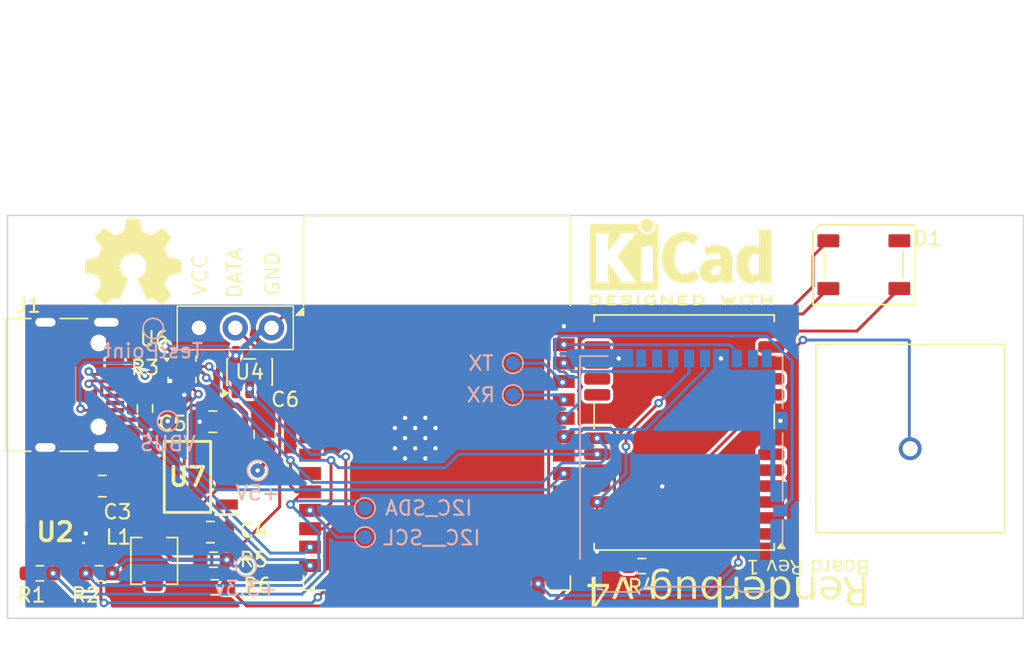
<source format=kicad_pcb>
(kicad_pcb
	(version 20241229)
	(generator "pcbnew")
	(generator_version "9.0")
	(general
		(thickness 1.579)
		(legacy_teardrops no)
	)
	(paper "A5")
	(title_block
		(title "Renderbug v4 Motion")
		(date "2026-03-07")
		(rev "R1")
	)
	(layers
		(0 "F.Cu" signal)
		(2 "B.Cu" signal)
		(9 "F.Adhes" user "F.Adhesive")
		(11 "B.Adhes" user "B.Adhesive")
		(13 "F.Paste" user)
		(15 "B.Paste" user)
		(5 "F.SilkS" user "F.Silkscreen")
		(7 "B.SilkS" user "B.Silkscreen")
		(1 "F.Mask" user)
		(3 "B.Mask" user)
		(17 "Dwgs.User" user "User.Drawings")
		(19 "Cmts.User" user "User.Comments")
		(21 "Eco1.User" user "User.Eco1")
		(23 "Eco2.User" user "User.Eco2")
		(25 "Edge.Cuts" user)
		(27 "Margin" user)
		(31 "F.CrtYd" user "F.Courtyard")
		(29 "B.CrtYd" user "B.Courtyard")
		(35 "F.Fab" user)
		(33 "B.Fab" user)
		(39 "User.1" user)
		(41 "User.2" user)
		(43 "User.3" user)
		(45 "User.4" user)
		(47 "User.5" user)
		(49 "User.6" user)
		(51 "User.7" user)
		(53 "User.8" user)
		(55 "User.9" user)
	)
	(setup
		(stackup
			(layer "F.SilkS"
				(type "Top Silk Screen")
				(color "White")
				(material "Peters SD2692")
			)
			(layer "F.Paste"
				(type "Top Solder Paste")
			)
			(layer "F.Mask"
				(type "Top Solder Mask")
				(color "Green")
				(thickness 0.025)
				(material "Elpemer AS 2467 SM-DG")
				(epsilon_r 3.7)
				(loss_tangent 0)
			)
			(layer "F.Cu"
				(type "copper")
				(thickness 0.035)
			)
			(layer "dielectric 1"
				(type "core")
				(color "FR4 natural")
				(thickness 1.459)
				(material "FR4")
				(epsilon_r 4.5)
				(loss_tangent 0.02)
			)
			(layer "B.Cu"
				(type "copper")
				(thickness 0.035)
			)
			(layer "B.Mask"
				(type "Bottom Solder Mask")
				(color "Green")
				(thickness 0.025)
				(material "Elpemer AS 2467 SM-DG")
				(epsilon_r 3.7)
				(loss_tangent 0)
			)
			(layer "B.Paste"
				(type "Bottom Solder Paste")
			)
			(layer "B.SilkS"
				(type "Bottom Silk Screen")
				(color "White")
				(material "Peters SD2692")
			)
			(copper_finish "ENIG")
			(dielectric_constraints no)
		)
		(pad_to_mask_clearance 0)
		(allow_soldermask_bridges_in_footprints no)
		(tenting front back)
		(pcbplotparams
			(layerselection 0x00000000_00000000_55555555_5755f5ff)
			(plot_on_all_layers_selection 0x00000000_00000000_00000000_00000000)
			(disableapertmacros no)
			(usegerberextensions no)
			(usegerberattributes yes)
			(usegerberadvancedattributes yes)
			(creategerberjobfile yes)
			(dashed_line_dash_ratio 12.000000)
			(dashed_line_gap_ratio 3.000000)
			(svgprecision 4)
			(plotframeref no)
			(mode 1)
			(useauxorigin no)
			(hpglpennumber 1)
			(hpglpenspeed 20)
			(hpglpendiameter 15.000000)
			(pdf_front_fp_property_popups yes)
			(pdf_back_fp_property_popups yes)
			(pdf_metadata yes)
			(pdf_single_document no)
			(dxfpolygonmode yes)
			(dxfimperialunits yes)
			(dxfusepcbnewfont yes)
			(psnegative no)
			(psa4output no)
			(plot_black_and_white yes)
			(sketchpadsonfab no)
			(plotpadnumbers no)
			(hidednponfab no)
			(sketchdnponfab yes)
			(crossoutdnponfab yes)
			(subtractmaskfromsilk no)
			(outputformat 1)
			(mirror no)
			(drillshape 0)
			(scaleselection 1)
			(outputdirectory "/tmp/")
		)
	)
	(net 0 "")
	(net 1 "GND")
	(net 2 "unconnected-(U1-IO21-Pad23)")
	(net 3 "unconnected-(U1-IO0-Pad27)")
	(net 4 "unconnected-(U1-IO46-Pad16)")
	(net 5 "unconnected-(U1-IO5-Pad5)")
	(net 6 "unconnected-(U1-IO47-Pad24)")
	(net 7 "unconnected-(U1-IO7-Pad7)")
	(net 8 "+3.3V")
	(net 9 "unconnected-(U1-IO16-Pad9)")
	(net 10 "unconnected-(U1-IO48-Pad25)")
	(net 11 "unconnected-(U1-IO10-Pad18)")
	(net 12 "unconnected-(U1-IO4-Pad4)")
	(net 13 "unconnected-(U1-IO11-Pad19)")
	(net 14 "unconnected-(U1-IO9-Pad17)")
	(net 15 "unconnected-(U1-IO6-Pad6)")
	(net 16 "+5V")
	(net 17 "VBUS")
	(net 18 "CC1")
	(net 19 "unconnected-(J2-DAT2-Pad1)")
	(net 20 "unconnected-(J2-DAT1-Pad8)")
	(net 21 "unconnected-(J2-DAT3{slash}CD-Pad2)")
	(net 22 "unconnected-(J2-DET_B-Pad9)")
	(net 23 "USB_D-")
	(net 24 "USB_D+")
	(net 25 "CC2")
	(net 26 "SD_CLK")
	(net 27 "SD_DETECT")
	(net 28 "unconnected-(U5-RESERVED-Pad16)")
	(net 29 "unconnected-(U5-~{SAFEBOOT}-Pad1)")
	(net 30 "unconnected-(U5-RESERVED-Pad17)")
	(net 31 "unconnected-(U5-TXD{slash}SPI_MISO-Pad20)")
	(net 32 "unconnected-(U5-VCC_RF-Pad9)")
	(net 33 "unconnected-(U5-RESERVED-Pad15)")
	(net 34 "unconnected-(U5-RXD{slash}SPI_MOSI-Pad21)")
	(net 35 "unconnected-(U5-USB_DP-Pad6)")
	(net 36 "unconnected-(U5-USB_DM-Pad5)")
	(net 37 "Net-(U3-FEED)")
	(net 38 "unconnected-(U5-LNA_EN-Pad14)")
	(net 39 "unconnected-(U5-EXTINT-Pad4)")
	(net 40 "SD_MOSI")
	(net 41 "SD_MISO")
	(net 42 "LED_DATA")
	(net 43 "I2C_SDA")
	(net 44 "I2C_SCL")
	(net 45 "PD_UPDATE_INT")
	(net 46 "Net-(U6-VBUS_DET)")
	(net 47 "unconnected-(U6-ID-Pad9)")
	(net 48 "Net-(U7-BOOT)")
	(net 49 "Net-(U7-SW)")
	(net 50 "Net-(U7-VCC)")
	(net 51 "unconnected-(U1-IO13-Pad21)")
	(net 52 "unconnected-(U1-IO15-Pad8)")
	(net 53 "unconnected-(U1-IO12-Pad20)")
	(net 54 "unconnected-(U1-IO14-Pad22)")
	(net 55 "unconnected-(U1-IO38-Pad31)")
	(net 56 "unconnected-(U1-IO37-Pad30)")
	(net 57 "unconnected-(U1-IO36-Pad29)")
	(net 58 "Net-(D1-DIN)")
	(net 59 "unconnected-(D1-DOUT-Pad2)")
	(net 60 "Net-(U1-RXD0)")
	(net 61 "Net-(U1-TXD0)")
	(net 62 "unconnected-(U2-INT2-Pad9)")
	(net 63 "unconnected-(U2-NC_1-Pad10)")
	(net 64 "unconnected-(U2-NC_2-Pad11)")
	(net 65 "unconnected-(U2-SDO{slash}SA0-Pad1)")
	(net 66 "GPS_RESET")
	(net 67 "GPS_TIMEPULSE")
	(net 68 "IMU_INT1")
	(net 69 "unconnected-(U5-D_SEL-Pad2)")
	(net 70 "Net-(J5-LED_DATA)")
	(net 71 "unconnected-(U4-NC-Pad1)")
	(footprint "Package_TO_SOT_SMD:SOT-23-5" (layer "F.Cu") (at 87.55 67.1125 90))
	(footprint "Inductor_SMD:L_Vishay_IHLP-1212" (layer "F.Cu") (at 80.97 80.14 90))
	(footprint "chips:3_PIN_WIRE" (layer "F.Cu") (at 89.058 64.058 180))
	(footprint "Resistor_SMD:R_0603_1608Metric_Pad0.98x0.95mm_HandSolder" (layer "F.Cu") (at 77.1625 81))
	(footprint "LED_SMD:LED_WS2812B_PLCC4_5.0x5.0mm_P3.2mm" (layer "F.Cu") (at 129.9 59.7 180))
	(footprint "Capacitor_SMD:C_0805_2012Metric_Pad1.18x1.45mm_HandSolder" (layer "F.Cu") (at 85.0125 70.535 180))
	(footprint "Resistor_SMD:R_0603_1608Metric_Pad0.98x0.95mm_HandSolder" (layer "F.Cu") (at 73.0875 81 180))
	(footprint "Connector_USB:USB_C_Receptacle_G-Switch_GT-USB-7010ASV" (layer "F.Cu") (at 74.54 67.995 -90))
	(footprint "Resistor_SMD:R_0603_1608Metric_Pad0.98x0.95mm_HandSolder" (layer "F.Cu") (at 85.0575 80.06))
	(footprint "Resistor_SMD:R_0603_1608Metric_Pad0.98x0.95mm_HandSolder" (layer "F.Cu") (at 85.1375 81.965))
	(footprint "MountingHole:MountingHole_2mm" (layer "F.Cu") (at 74.1 59.5))
	(footprint "Resistor_SMD:R_0603_1608Metric_Pad0.98x0.95mm_HandSolder" (layer "F.Cu") (at 114.5875 80.5 180))
	(footprint "Resistor_SMD:R_0603_1608Metric_Pad0.98x0.95mm_HandSolder" (layer "F.Cu") (at 80.335 69.6225 90))
	(footprint "KiCad:W3213" (layer "F.Cu") (at 133.1 72.4))
	(footprint "MountingHole:MountingHole_2mm" (layer "F.Cu") (at 133.3 81.7))
	(footprint "chips:SOIC127P600X175-8N" (layer "F.Cu") (at 83.26 74.345 180))
	(footprint "Capacitor_SMD:C_0805_2012Metric_Pad1.18x1.45mm_HandSolder" (layer "F.Cu") (at 84.8425 78.155))
	(footprint "RF_Module:ESP32-S3-WROOM-1" (layer "F.Cu") (at 100.465 69.21))
	(footprint "Package_DFN_QFN:Texas_X2QFN-12_1.6x1.6mm_P0.4mm" (layer "F.Cu") (at 82.885 66.925))
	(footprint "Symbol:OSHW-Symbol_6.7x6mm_SilkScreen" (layer "F.Cu") (at 79.5 59.5))
	(footprint "Capacitor_SMD:C_0805_2012Metric_Pad1.18x1.45mm_HandSolder" (layer "F.Cu") (at 88.59 71.4025 90))
	(footprint "Symbol:KiCad-Logo2_5mm_SilkScreen" (layer "F.Cu") (at 117.3 59.5))
	(footprint "Capacitor_SMD:C_0805_2012Metric_Pad1.18x1.45mm_HandSolder" (layer "F.Cu") (at 77.3925 74.98 180))
	(footprint "RF_GPS:ublox_NEO" (layer "F.Cu") (at 117.515 71.28 180))
	(footprint "MountingHole:MountingHole_2mm" (layer "F.Cu") (at 137.5 59.9))
	(footprint "LSM6DSV80XTR:LSM6DSV16BXTR" (layer "F.Cu") (at 74.136 78.15 180))
	(footprint "Connector_Card:microSD_HC_Hirose_DM3AT-SF-PEJM5"
		(layer "B.Cu")
		(uuid "42e77890-f0f7-4170-a2c4-5fa8229df001")
		(at 117.325 73.897 180)
		(descr "Micro SD, SMD, right-angle, push-pull (https://www.hirose.com/product/en/download_file/key_name/DM3AT-SF-PEJM5/category/Drawing%20(2D)/doc_file_id/44099/?file_category_id=6&item_id=06090031000&is_series=)")
		(tags "Micro SD")
		(property "Reference" "J2"
			(at -0.075 9.525 0)
			(layer "B.SilkS")
			(hide yes)
			(uuid "f4c98c1a-e6e4-4cb1-976d-708df677a8fe")
			(effects
				(font
					(size 1 1)
					(thickness 0.15)
				)
				(justify mirror)
			)
		)
		(property "Value" "Micro_SD_Card_Det2"
			(at -0.075 -9.575 0)
			(layer "B.Fab")
			(hide yes)
			(uuid "43395e7f-499f-4a36-bcdf-02e7a553ff7d")
			(effects
				(font
					(size 1 1)
					(thickness 0.15)
				)
				(justify mirror)
			)
		)
		(property "Datasheet" "https://www.hirose.com/en/product/document?clcode=&productname=&series=DM3&documenttype=Catalog&lang=en&documentid=D49662_en"
			(at 0 0 0)
			(unlocked yes)
			(layer "B.Fab")
			(hide yes)
			(uuid "3d7ef175-cb6d-4930-8738-6ab5fadae322")
			(effects
				(font
					(size 1.27 1.27)
					(thickness 0.15)
				)
				(justify mirror)
			)
		)
		(property "Description" "Micro SD Card Socket with two card detection pins"
			(at 0 0 0)
			(unlocked yes)
			(layer "B.Fab")
			(hide yes)
			(uuid "5e1378ca-92ac-4044-b637-9c0cab86c35d")
			(effects
				(font
					(size 1.27 1.27)
					(thickness 0.15)
				)
				(justify mirror)
			)
		)
		(property "Mouser Part Number" "798-DM3AT-SF-PEJM5"
			(at 0 0 0)
			(unlocked yes)
			(layer "B.Fab")
			(hide yes)
			(uuid "83d12e09-2260-4069-9da8-9f9a87ebf0d6")
			(effects
				(font
					(size 1 1)
					(thickness 0.15)
				)
				(justify mirror)
			)
		)
		(property ki_fp_filters "microSD*")
		(path "/c195f54e-ac2a-4cf6-90fb-f9df412616bf")
		(sheetname "/")
		(sheetfile "board.kicad_sch")
		(attr smd)
		(fp_line
			(start 6.995 7.885)
			(end 6.995 -6.125)
			(stroke
				(width 0.12)
				(type solid)
			)
			(layer "B.SilkS")
			(uuid "1b563e1d-0c06-464d-a2f3-fca88c5a7d0a")
		)
		(fp_line
			(start 5.515 -8.185)
			(end 5.775 -8.185)
			(stroke
				(width 0.12)
				(type solid)
			)
			(layer "B.SilkS")
			(uuid "e6aeabd3-5ad1-46fd-a296-aac35cade338")
		)
		(fp_line
			(start 5.315 -8.385)
			(end 5.515 -8.185)
			(stroke
				(width 0.12)
				(type solid)
			)
			(layer "B.SilkS")
			(uuid "bb1b9d75-cc4e-4c5b-8916-d2b42ffc1cff")
		)
		(fp_line
			(start 5.315 -8.385)
			(end 3.005 -8.385)
			(stroke
				(width 0.12)
	
... [224813 chars truncated]
</source>
